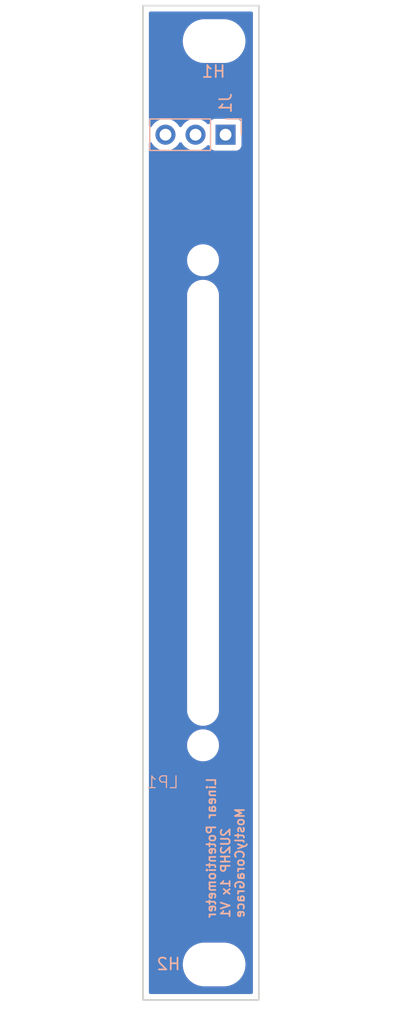
<source format=kicad_pcb>
(kicad_pcb (version 20240108) (generator "pcbnew") (generator_version "8.0")
  (layers (0 "F.Cu" signal) (31 "B.Cu" signal) (34 "B.Paste" user) (35 "F.Paste" user) (36 "B.SilkS" user "B.Silkscreen") (37 "F.SilkS" user "F.Silkscreen") (38 "B.Mask" user) (39 "F.Mask" user) (44 "Edge.Cuts" user))
  (net 0 "")
  (footprint "EXC:MountingHole_3.2mm_M3" (layer "B.Cu") (at 6.02 5.425 180)
    (property "Reference" "H1" (at 0.051 -2.576 0) (layer "B.SilkS") (effects (justify mirror)))
    (property "Value" "Eurorack_M3_MountingHole")
    (pad "" np_thru_hole oval (at 0 0 180) (size 4.8 3.2) (drill oval 4.8 3.2) (layers "F&B.Cu" "*.Mask"))
  )
  (footprint "Connector_PinSocket_2.54mm:PinSocket_1x03_P2.54mm_Vertical" (layer "B.Cu") (at 6.985 13.335 90)
    (property "Reference" "J1" (at 2.667 0 90) (layer "B.SilkS") (effects (justify mirror)))
    (property "Value" "Conn_01x03_Socket")
    (fp_line (start 1.33 -6.41) (end -1.33 -6.41) (stroke (width 0.12)) (layer "B.SilkS"))
    (fp_line (start 1.33 -6.41) (end 1.33 -1.27) (stroke (width 0.12)) (layer "B.SilkS"))
    (fp_line (start -1.33 -6.41) (end -1.33 -1.27) (stroke (width 0.12)) (layer "B.SilkS"))
    (fp_line (start 1.33 -1.27) (end -1.33 -1.27) (stroke (width 0.12)) (layer "B.SilkS"))
    (fp_line (start 1.33 0) (end 1.33 1.33) (stroke (width 0.12)) (layer "B.SilkS"))
    (fp_line (start 1.33 1.33) (end 0 1.33) (stroke (width 0.12)) (layer "B.SilkS"))
    (pad "1" thru_hole rect (at 0 0 90) (size 1.7 1.7) (drill 1) (layers "*.Cu" "*.Mask"))
    (pad "2" thru_hole oval (at 0 -2.54 90) (size 1.7 1.7) (drill 1) (layers "*.Cu" "*.Mask"))
    (pad "3" thru_hole oval (at 0 -5.08 90) (size 1.7 1.7) (drill 1) (layers "*.Cu" "*.Mask"))
  )
  (footprint "EXC:MountingHole_3.2mm_M3" (layer "B.Cu") (at 6.02 83.475 180)
    (property "Reference" "H2" (at 3.861 0.036 0) (layer "B.SilkS") (effects (justify mirror)))
    (property "Value" "Eurorack_M3_MountingHole")
    (pad "" np_thru_hole oval (at 0 0 180) (size 4.8 3.2) (drill oval 4.8 3.2) (layers "F&B.Cu" "*.Mask"))
  )
  (footprint "EXC:Linear_Potentiometer_45mm_M2_Panel_Mount" (layer "B.Cu") (at 5.08 44.45 180)
    (property "Reference" "LP1" (at 3.429 -23.622 0) (layer "B.SilkS") (effects (font (thickness 0.1)) (justify mirror)))
    (property "Value" "Linear_Potentiometer_45mm_M2_Panel_Mount")
    (pad "" np_thru_hole circle (at 0 -20.5 180) (size 2.2 2.2) (drill 2.2) (layers "F&B.Cu" "*.Mask"))
    (pad "" np_thru_hole oval (at 0 0 180) (size 2.2 37.2) (drill oval 2.2 37.2) (layers "F&B.Cu" "*.Mask"))
    (pad "" np_thru_hole circle (at 0 20.5 180) (size 2.2 2.2) (drill 2.2) (layers "F&B.Cu" "*.Mask"))
  )
  (gr_rect (start 0 2.425) (end 9.8 86.475) (stroke (width 0.15)) (fill none) (layer "Edge.Cuts"))
  (gr_text "Linear Potentiometer\n2U2HP 1x V1\nMostlyCoraGrace" (at 8.636 79.629 90) (layer "B.SilkS") (effects (font (size 0.75 0.75) (thickness 0.15) (bold yes)) (justify right bottom mirror)))
  (zone (net 0) (net_name "") (layers "F&B.Cu") (connect_pads (clearance 0.5)) (min_thickness 0.25) (fill yes (thermal_gap 0.5) (thermal_bridge_width 0.5) (island_removal_mode 1) (island_area_min 10))
    (polygon (pts (xy 0 2.413) (xy 9.779 2.413) (xy 9.779 86.487) (xy 0 86.487)))
  )
)
</source>
